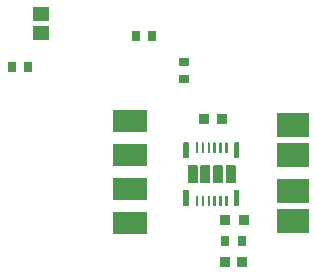
<source format=gbr>
%TF.GenerationSoftware,Altium Limited,Altium Designer,25.4.2 (15)*%
G04 Layer_Color=128*
%FSLAX45Y45*%
%MOMM*%
%TF.SameCoordinates,2A578F6B-C5BA-4798-A6F5-255D53479D73*%
%TF.FilePolarity,Positive*%
%TF.FileFunction,Paste,Bot*%
%TF.Part,Single*%
G01*
G75*
%TA.AperFunction,SMDPad,CuDef*%
%ADD10R,0.85872X0.91213*%
%ADD33R,0.93504X0.96213*%
%ADD34R,0.70000X0.90000*%
%ADD36R,0.90000X0.70000*%
%ADD37R,2.90415X1.85263*%
%ADD41R,1.45620X1.30464*%
%ADD42R,2.80620X2.10292*%
G36*
X4148200Y2505100D02*
Y2430100D01*
X4143200Y2425100D01*
X4133200D01*
X4128200Y2430100D01*
Y2505100D01*
X4133200Y2510100D01*
X4143200D01*
X4148200Y2505100D01*
D02*
G37*
G36*
X4098200D02*
Y2430100D01*
X4093200Y2425100D01*
X4083200D01*
X4078200Y2430100D01*
Y2505100D01*
X4083200Y2510100D01*
X4093200D01*
X4098200Y2505100D01*
D02*
G37*
G36*
X4048200D02*
Y2430100D01*
X4043200Y2425100D01*
X4033200D01*
X4028200Y2430100D01*
Y2505100D01*
X4033200Y2510100D01*
X4043200D01*
X4048200Y2505100D01*
D02*
G37*
G36*
X3998200D02*
Y2430100D01*
X3993200Y2425100D01*
X3983200D01*
X3978200Y2430100D01*
Y2505100D01*
X3983200Y2510100D01*
X3993200D01*
X3998200Y2505100D01*
D02*
G37*
G36*
X3948200D02*
Y2430100D01*
X3943200Y2425100D01*
X3933200D01*
X3928200Y2430100D01*
Y2505100D01*
X3933200Y2510100D01*
X3943200D01*
X3948200Y2505100D01*
D02*
G37*
G36*
X3898200D02*
Y2430100D01*
X3893200Y2425100D01*
X3883200D01*
X3878200Y2430100D01*
Y2505100D01*
X3883200Y2510100D01*
X3893200D01*
X3898200Y2505100D01*
D02*
G37*
G36*
X4248200D02*
Y2380100D01*
X4243200Y2375100D01*
X4208200D01*
X4203200Y2380100D01*
Y2505100D01*
X4208200Y2510100D01*
X4243200D01*
X4248200Y2505100D01*
D02*
G37*
G36*
X3818200D02*
Y2380100D01*
X3813200Y2375100D01*
X3778200D01*
X3773200Y2380100D01*
Y2505100D01*
X3778200Y2510100D01*
X3813200D01*
X3818200Y2505100D01*
D02*
G37*
G36*
X4215750Y2314100D02*
Y2171100D01*
X4210750Y2166100D01*
X4138250D01*
X4133250Y2171100D01*
Y2314100D01*
X4138250Y2319100D01*
X4210750D01*
X4215750Y2314100D01*
D02*
G37*
G36*
X4108250D02*
Y2171100D01*
X4103250Y2166100D01*
X4030750D01*
X4025750Y2171100D01*
Y2314100D01*
X4030750Y2319100D01*
X4103250D01*
X4108250Y2314100D01*
D02*
G37*
G36*
X4000650D02*
Y2171100D01*
X3995650Y2166100D01*
X3923150D01*
X3918150Y2171100D01*
Y2314100D01*
X3923150Y2319100D01*
X3995650D01*
X4000650Y2314100D01*
D02*
G37*
G36*
X3893150D02*
Y2171100D01*
X3888150Y2166100D01*
X3815650D01*
X3810650Y2171100D01*
Y2314100D01*
X3815650Y2319100D01*
X3888150D01*
X3893150Y2314100D01*
D02*
G37*
G36*
X4248200Y2105100D02*
Y1980100D01*
X4243200Y1975100D01*
X4208200D01*
X4203200Y1980100D01*
Y2105100D01*
X4208200Y2110100D01*
X4243200D01*
X4248200Y2105100D01*
D02*
G37*
G36*
X4148200Y2055100D02*
Y1980100D01*
X4143200Y1975100D01*
X4133200D01*
X4128200Y1980100D01*
Y2055100D01*
X4133200Y2060100D01*
X4143200D01*
X4148200Y2055100D01*
D02*
G37*
G36*
X4098200D02*
Y1980100D01*
X4093200Y1975100D01*
X4083200D01*
X4078200Y1980100D01*
Y2055100D01*
X4083200Y2060100D01*
X4093200D01*
X4098200Y2055100D01*
D02*
G37*
G36*
X4048200D02*
Y1980100D01*
X4043200Y1975100D01*
X4033200D01*
X4028200Y1980100D01*
Y2055100D01*
X4033200Y2060100D01*
X4043200D01*
X4048200Y2055100D01*
D02*
G37*
G36*
X3998200D02*
Y1980100D01*
X3993200Y1975100D01*
X3983200D01*
X3978200Y1980100D01*
Y2055100D01*
X3983200Y2060100D01*
X3993200D01*
X3998200Y2055100D01*
D02*
G37*
G36*
X3948200D02*
Y1980100D01*
X3943200Y1975100D01*
X3933200D01*
X3928200Y1980100D01*
Y2055100D01*
X3933200Y2060100D01*
X3943200D01*
X3948200Y2055100D01*
D02*
G37*
G36*
X3898200D02*
Y1980100D01*
X3893200Y1975100D01*
X3883200D01*
X3878200Y1980100D01*
Y2055100D01*
X3883200Y2060100D01*
X3893200D01*
X3898200Y2055100D01*
D02*
G37*
G36*
X3818200Y2105100D02*
Y1980100D01*
X3813200Y1975100D01*
X3778200D01*
X3773200Y1980100D01*
Y2105100D01*
X3778200Y2110100D01*
X3813200D01*
X3818200Y2105100D01*
D02*
G37*
D10*
X4103571Y2710525D02*
D03*
X3948229D02*
D03*
X4285000Y1850000D02*
D03*
X4129659D02*
D03*
D33*
X4128461Y1500000D02*
D03*
X4271539D02*
D03*
D34*
X4270000Y1675000D02*
D03*
X4130000D02*
D03*
X3511700Y3411000D02*
D03*
X3371700D02*
D03*
X2460000Y3150000D02*
D03*
X2320000D02*
D03*
D36*
X3780000Y3190000D02*
D03*
Y3050000D02*
D03*
D37*
X3320000Y2692525D02*
D03*
Y2407476D02*
D03*
Y2112525D02*
D03*
Y1827476D02*
D03*
D41*
X2570000Y3439422D02*
D03*
Y3600578D02*
D03*
D42*
X4705000Y2655061D02*
D03*
Y2404939D02*
D03*
Y1844939D02*
D03*
Y2095061D02*
D03*
%TF.MD5,acb465249e293780aaea531e10b8f951*%
M02*

</source>
